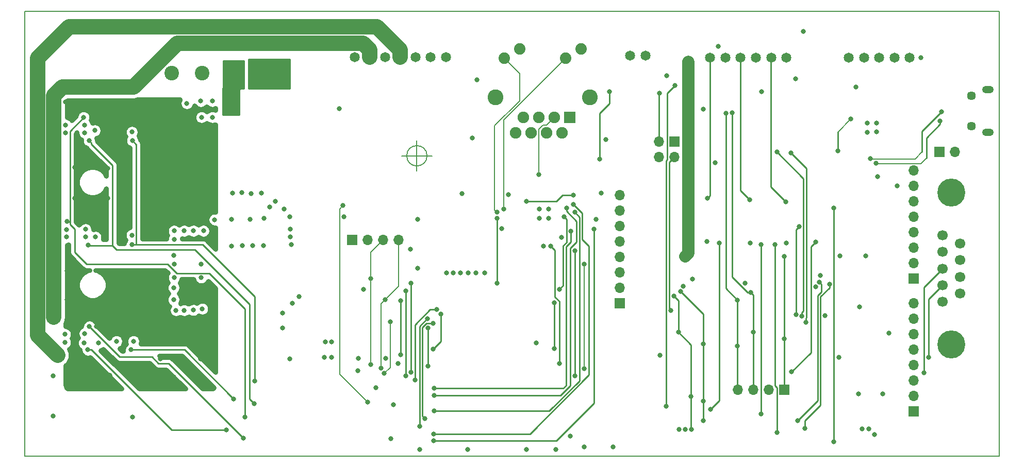
<source format=gbl>
G04 #@! TF.GenerationSoftware,KiCad,Pcbnew,(5.1.2)-2*
G04 #@! TF.CreationDate,2019-07-18T14:35:39+09:00*
G04 #@! TF.ProjectId,mainPCB,6d61696e-5043-4422-9e6b-696361645f70,rev?*
G04 #@! TF.SameCoordinates,PX10a2f70PY6979248*
G04 #@! TF.FileFunction,Copper,L4,Bot*
G04 #@! TF.FilePolarity,Positive*
%FSLAX46Y46*%
G04 Gerber Fmt 4.6, Leading zero omitted, Abs format (unit mm)*
G04 Created by KiCad (PCBNEW (5.1.2)-2) date 2019-07-18 14:35:39*
%MOMM*%
%LPD*%
G04 APERTURE LIST*
%ADD10C,0.150000*%
%ADD11R,1.700000X1.700000*%
%ADD12O,1.700000X1.700000*%
%ADD13C,1.650000*%
%ADD14C,2.400000*%
%ADD15C,1.700000*%
%ADD16C,4.600000*%
%ADD17O,1.900000X1.200000*%
%ADD18C,1.450000*%
%ADD19C,2.600000*%
%ADD20C,1.890000*%
%ADD21C,1.900000*%
%ADD22R,1.900000X1.900000*%
%ADD23C,0.800000*%
%ADD24C,0.250000*%
%ADD25C,2.000000*%
%ADD26C,0.200000*%
%ADD27C,2.500000*%
%ADD28C,0.205000*%
%ADD29C,0.254000*%
%ADD30C,0.750000*%
G04 APERTURE END LIST*
D10*
X66055666Y49418240D02*
G75*
G03X66055666Y49418240I-1666666J0D01*
G01*
X61889000Y49418240D02*
X66889000Y49418240D01*
X64389000Y51918240D02*
X64389000Y46918240D01*
X17780Y73131680D02*
X17780Y-20320D01*
X160037780Y73131680D02*
X17780Y73131680D01*
X160037780Y-20320D02*
X160037780Y73131680D01*
X17780Y-20320D02*
X160037780Y-20320D01*
D11*
X150215600Y50038000D03*
D12*
X152755600Y50038000D03*
D13*
X145299440Y65590680D03*
X142799440Y65590680D03*
X140299440Y65590680D03*
X137799440Y65590680D03*
X135299440Y65590680D03*
X125061040Y65565520D03*
X122561040Y65565520D03*
X120061040Y65565520D03*
X117561040Y65565520D03*
X115061040Y65565520D03*
X112561040Y65565520D03*
X99400040Y65881840D03*
X101900040Y65881840D03*
X69172280Y65620640D03*
X66672280Y65620640D03*
X64172280Y65620640D03*
X61672280Y65620640D03*
X59172280Y65620640D03*
X56672280Y65620640D03*
X54172280Y65620640D03*
D14*
X24117920Y63018280D03*
X29117920Y63018280D03*
X34117920Y63018280D03*
X39117920Y63018280D03*
D15*
X150735760Y25386080D03*
X150735760Y28126080D03*
X150735760Y30866080D03*
X150735760Y33606080D03*
X150735760Y36346080D03*
X153575760Y26756080D03*
X153575760Y29496080D03*
X153575760Y32236080D03*
X153575760Y34976080D03*
D16*
X152155760Y18371080D03*
X152155760Y43361080D03*
D17*
X158146000Y60304560D03*
X158146000Y53304560D03*
D18*
X155446000Y59304560D03*
X155446000Y54304560D03*
D12*
X104157780Y49192180D03*
X104157780Y51732180D03*
X106697780Y49192180D03*
D11*
X106697780Y51732180D03*
D19*
X77269280Y59022680D03*
X92819280Y59022680D03*
D20*
X91369280Y66972680D03*
X88829280Y65452680D03*
X81259280Y66972680D03*
X78719280Y65452680D03*
D21*
X80599280Y53192680D03*
X81869280Y55732680D03*
X83139280Y53192680D03*
X84409280Y55732680D03*
X85679280Y53192680D03*
X86949280Y55732680D03*
X88219280Y53192680D03*
D22*
X89489280Y55732680D03*
D12*
X61371480Y35580320D03*
X58831480Y35580320D03*
X56291480Y35580320D03*
D11*
X53751480Y35580320D03*
D12*
X117111780Y10901680D03*
X119651780Y10901680D03*
X122191780Y10901680D03*
D11*
X124731780Y10901680D03*
D12*
X97744280Y42905680D03*
X97744280Y40365680D03*
X97744280Y37825680D03*
X97744280Y35285680D03*
X97744280Y32745680D03*
X97744280Y30205680D03*
X97744280Y27665680D03*
D11*
X97744280Y25125680D03*
D12*
X146004280Y46969680D03*
X146004280Y44429680D03*
X146004280Y41889680D03*
X146004280Y39349680D03*
X146004280Y36809680D03*
X146004280Y34269680D03*
X146004280Y31729680D03*
D11*
X146004280Y29189680D03*
D12*
X146004280Y25125680D03*
X146004280Y22585680D03*
X146004280Y20045680D03*
X146004280Y17505680D03*
X146004280Y14965680D03*
X146004280Y12425680D03*
X146004280Y9885680D03*
D11*
X146004280Y7345680D03*
D23*
X139844780Y53319680D03*
X139844780Y54780180D03*
X138320780Y54780180D03*
X107459780Y4424680D03*
X84536280Y39095680D03*
X86060280Y39095680D03*
X86060280Y40619680D03*
X84536280Y40619680D03*
X51643280Y57129680D03*
X37470080Y64749680D03*
X37470080Y60965080D03*
X37470080Y62209680D03*
X37470080Y63479680D03*
X39095680Y64749680D03*
X38892480Y60939680D03*
X40213280Y60939680D03*
X41737280Y60939680D03*
X43007280Y60939680D03*
X43007280Y62844680D03*
X43134280Y64749680D03*
X41737280Y64749680D03*
X40467280Y64749680D03*
X41737280Y62844680D03*
X16083280Y58399680D03*
X10876280Y58272680D03*
X6685280Y58272680D03*
X16083280Y57002680D03*
X8209280Y42461180D03*
X13670280Y47350680D03*
X13670280Y42461180D03*
X16210280Y47350680D03*
X16210280Y43159680D03*
X11765280Y38587680D03*
X29037280Y44429680D03*
X24211280Y44302680D03*
X30942280Y47252680D03*
X28910280Y15981680D03*
X24338280Y15981680D03*
X22306280Y15981680D03*
X30815280Y15981680D03*
X29037280Y18775680D03*
X24465280Y18775680D03*
X24465280Y13060680D03*
X29037280Y13060680D03*
X29037280Y47223680D03*
X24211280Y47096680D03*
X24084280Y41254680D03*
X28910280Y41127680D03*
X17734280Y14965680D03*
X17734280Y13314680D03*
X4653280Y13187680D03*
X4653280Y6583680D03*
X17734280Y6456680D03*
X6939280Y30459680D03*
X6939280Y25760680D03*
X14813280Y25760680D03*
X17861280Y25760680D03*
X17861280Y30459680D03*
X14813280Y30459680D03*
X11765280Y21315680D03*
X42364790Y21061680D03*
X42364790Y23558690D03*
X43931780Y25125680D03*
X45039280Y26233180D03*
X43515280Y15981680D03*
X64851280Y1122680D03*
X82377280Y1122680D03*
X72725280Y1122680D03*
X91902280Y1503680D03*
X87203280Y1122680D03*
X54691280Y14076680D03*
X59263280Y16108680D03*
X52405280Y39349680D03*
X94696280Y43286680D03*
X78313280Y37444680D03*
X73487280Y52303680D03*
X79407780Y43032680D03*
X8172290Y47477680D03*
X57638845Y11279049D03*
X16210280Y45191680D03*
X17861280Y27983180D03*
X64533780Y38968680D03*
X64533780Y30904180D03*
X83964780Y18648680D03*
X109618780Y29126180D03*
X137495280Y4488180D03*
X118318280Y28491180D03*
X119143780Y35031680D03*
X125049280Y35031680D03*
X95383591Y52081669D03*
X111396780Y57066180D03*
X120985280Y59923680D03*
X136923780Y10266680D03*
X141940280Y20236180D03*
X133685280Y16235680D03*
X133860540Y32926020D03*
X137099040Y24544020D03*
X143273780Y44493180D03*
X138332780Y53268180D03*
X13987780Y13314680D03*
X8209280Y13251180D03*
X74249280Y61892176D03*
X113365280Y48303180D03*
X112006716Y35331607D03*
X126613920Y62077600D03*
X88129017Y35984072D03*
X30947360Y44399200D03*
X131409440Y23164800D03*
X60147200Y2895600D03*
X55615840Y27489980D03*
X136509760Y60746640D03*
X129865339Y27852379D03*
X32847280Y56393080D03*
X32847280Y57459880D03*
X32847280Y58475880D03*
X108483780Y4424680D03*
X89616280Y3281680D03*
X72852280Y30142180D03*
X74122280Y30142180D03*
X71582280Y30142180D03*
X54818280Y16108680D03*
X96601280Y1503680D03*
X85171280Y34523680D03*
X70375780Y30142180D03*
X69296280Y30142180D03*
X60517283Y8488680D03*
X75519280Y30142180D03*
X138574780Y4488180D03*
X108158280Y27983180D03*
X140860780Y10266680D03*
X138115040Y32989520D03*
X140035280Y45953680D03*
X93780770Y38968680D03*
X105374440Y62575440D03*
X104327960Y16621760D03*
X130606800Y29718008D03*
X61315602Y15240000D03*
X71836280Y43159680D03*
X17607280Y53319680D03*
X9860280Y54462680D03*
X9860280Y53192680D03*
X11511280Y53573680D03*
X17584270Y36380180D03*
X9987280Y36047680D03*
X9987280Y37317680D03*
X11638280Y36047680D03*
X6875780Y36047680D03*
X6875780Y37254180D03*
X40196278Y41000680D03*
X43515280Y39349680D03*
X43642280Y37317680D03*
X43769280Y34777680D03*
X37165280Y43159680D03*
X34117280Y43286680D03*
X33990280Y38968680D03*
X37038280Y38968680D03*
X39324280Y39095680D03*
X39197280Y34650680D03*
X33990280Y34523680D03*
X28973780Y31602680D03*
X24528780Y31602680D03*
X24846280Y23982680D03*
X29164280Y24236680D03*
X29354780Y37063680D03*
X29037280Y55732680D03*
X30815280Y55732680D03*
X30815280Y58399680D03*
X28910280Y58399680D03*
X17861280Y18902680D03*
X15067280Y18902680D03*
X12146280Y18648680D03*
X9733280Y18648680D03*
X9860280Y20172680D03*
X6685280Y53192680D03*
X6685280Y54462680D03*
X127843280Y69829680D03*
X6621780Y20045680D03*
X6621780Y18712180D03*
X28973780Y29380180D03*
X24528780Y29380180D03*
X24528780Y37063680D03*
X26179780Y37063680D03*
X27703780Y37063680D03*
X31196280Y38905180D03*
X35641280Y43350180D03*
X38879780Y43286680D03*
X41148778Y41953180D03*
X42562780Y40683180D03*
X37419280Y34650680D03*
X35704780Y34650680D03*
X43642280Y36047680D03*
X24528780Y35666680D03*
X24465280Y32999680D03*
X24465280Y27729180D03*
X24465280Y25760680D03*
X26179780Y23982680D03*
X27703780Y24046180D03*
X26624280Y58018680D03*
X50373280Y16235680D03*
X49230280Y16235680D03*
X49357280Y18775680D03*
X50373280Y18775680D03*
X63327280Y34015680D03*
X108983774Y64876680D03*
X108475757Y32872656D03*
X124731780Y19283680D03*
X113893600Y67406520D03*
X147187920Y65562480D03*
X124734320Y32867600D03*
X17670780Y51922680D03*
X17607280Y34777680D03*
X37736780Y12362180D03*
X10558780Y51922680D03*
X37693600Y8636000D03*
X10414000Y34747200D03*
X9669780Y55732680D03*
X6939280Y38587680D03*
X36169600Y6451600D03*
X91902280Y14394180D03*
X91902280Y31602674D03*
X82377280Y41889680D03*
X90124280Y42905680D03*
X96001840Y59949080D03*
X94421960Y48874680D03*
X10622280Y21315680D03*
X35885120Y3002280D03*
X33101280Y4297680D03*
X10368280Y17505680D03*
X17480280Y17505680D03*
X34327792Y9421167D03*
X61739780Y25570180D03*
X61739786Y16680180D03*
X86920230Y25252680D03*
X86920230Y17696180D03*
X132867400Y40802560D03*
X132872480Y2362200D03*
X86377780Y34523680D03*
X87774780Y15283180D03*
X90314780Y13187678D03*
X90317321Y33807400D03*
X65676780Y6202680D03*
X67016503Y21860674D03*
X125811280Y49890680D03*
X128270000Y22047200D03*
X135653780Y55468180D03*
X133494780Y50223420D03*
X114063780Y35095180D03*
X112603268Y7726680D03*
X112107790Y42397680D03*
X56786780Y29189680D03*
X56786780Y15092680D03*
X107661638Y27087713D03*
X111396780Y18458178D03*
X111396780Y9060180D03*
X111396780Y5821680D03*
X126923800Y5821680D03*
X130434539Y28674592D03*
X109491780Y4424680D03*
X59153782Y25760680D03*
X109428280Y9848680D03*
X106597290Y26332180D03*
X107322293Y20426680D03*
X132127315Y28271795D03*
X139519280Y3591180D03*
X128116277Y4604681D03*
X58491120Y14477999D03*
X119207280Y26967180D03*
X119651780Y20426680D03*
X116159280Y56494680D03*
X117048280Y25697180D03*
X117048280Y18140680D03*
X115143280Y56431180D03*
X66121280Y22586199D03*
X123525280Y50017680D03*
X64825880Y4917440D03*
X127595790Y23066139D03*
X124985780Y41826180D03*
X123525280Y3879680D03*
X123207780Y34841180D03*
X120921780Y6964680D03*
X120924318Y34808160D03*
X119080280Y42143680D03*
X106791760Y61000640D03*
X105328718Y8260080D03*
X66252522Y14812180D03*
X66248280Y21061680D03*
X77561392Y39111729D03*
X63376772Y13822680D03*
X63390780Y28464680D03*
X77551280Y28464680D03*
X64101772Y12552680D03*
X67639428Y24109680D03*
X106063890Y23992840D03*
X67200784Y10012680D03*
X88981280Y40849310D03*
X90301289Y40111680D03*
X67200778Y7472680D03*
X90124280Y41418680D03*
X67137286Y3662680D03*
X67137280Y2519680D03*
X93489780Y37381180D03*
X150316049Y55159704D03*
X139765111Y48174680D03*
X150558500Y56677560D03*
X138828780Y48938180D03*
X4780280Y22839680D03*
X4272280Y27157680D03*
X4257040Y25659080D03*
X4272280Y23982680D03*
X5415280Y16616680D03*
X2080270Y19951690D03*
X4399280Y17632680D03*
X3383280Y18521680D03*
X77551280Y40111680D03*
X78694280Y40619680D03*
X52278280Y41254680D03*
X56286400Y8890000D03*
X147655280Y13759180D03*
X148417280Y16235680D03*
X104195880Y59730640D03*
X84409280Y46334680D03*
X59030175Y13635726D03*
X59994800Y22098000D03*
X67200780Y11219182D03*
X89692480Y37017964D03*
X88549480Y39348250D03*
X62570360Y27183080D03*
X87823040Y27492960D03*
X62557248Y13249632D03*
X67056000Y17627600D03*
X68343024Y23384680D03*
X127145779Y37795200D03*
X126624218Y23302936D03*
X129895600Y35204400D03*
X125933200Y13868400D03*
D24*
X150038031Y36588931D02*
X150411281Y36215681D01*
D25*
X108875756Y33272655D02*
X108475757Y32872656D01*
X108983774Y64876680D02*
X108983774Y33380673D01*
D24*
X124731780Y10901680D02*
X124731780Y19283680D01*
X124731780Y32865060D02*
X124734320Y32867600D01*
X124731780Y19283680D02*
X124731780Y32865060D01*
X37736780Y26268680D02*
X37736780Y12362180D01*
X29227780Y34777680D02*
X37736780Y26268680D01*
X18309271Y51284189D02*
X18309271Y34781171D01*
X17670780Y51922680D02*
X18309271Y51284189D01*
X18309271Y34781171D02*
X18305780Y34777680D01*
X18305780Y34777680D02*
X29227780Y34777680D01*
X17607280Y34777680D02*
X18305780Y34777680D01*
X14395281Y47895679D02*
X10958779Y51332181D01*
X10958779Y51522681D02*
X10558780Y51922680D01*
X36911280Y9418320D02*
X36911280Y24998680D01*
X10958779Y51332181D02*
X10958779Y51522681D01*
X36911280Y24998680D02*
X27957780Y33952180D01*
X27957780Y33952180D02*
X15073778Y33952180D01*
X14395281Y34630677D02*
X14395281Y47895679D01*
X37693600Y8636000D02*
X36911280Y9418320D01*
X15073778Y33952180D02*
X14395281Y34630677D01*
X14395281Y34630677D02*
X10530523Y34630677D01*
X10530523Y34630677D02*
X10414000Y34747200D01*
X9669780Y55732680D02*
X7410281Y53473181D01*
X8209280Y37317680D02*
X7410281Y38116679D01*
X8209280Y33571180D02*
X8209280Y37317680D01*
X10177780Y31602680D02*
X8209280Y33571180D01*
X23455778Y31602680D02*
X10177780Y31602680D01*
X36186279Y10991681D02*
X36186279Y24199681D01*
X36186279Y24199681D02*
X30280779Y30105181D01*
X30280779Y30105181D02*
X24953277Y30105181D01*
X24953277Y30105181D02*
X23455778Y31602680D01*
X7283281Y38587680D02*
X7410281Y38460680D01*
X7410281Y38116679D02*
X7410281Y38460680D01*
X6939280Y38587680D02*
X7283281Y38587680D01*
X7410281Y38460680D02*
X7410281Y53473181D01*
X36169600Y10975002D02*
X36186279Y10991681D01*
X36169600Y6451600D02*
X36169600Y10975002D01*
D10*
X91902280Y14394180D02*
X91902280Y31602674D01*
D24*
X82377280Y41889680D02*
X87330280Y41889680D01*
X87330280Y41889680D02*
X88346280Y42905680D01*
X88346280Y42905680D02*
X90124280Y42905680D01*
X94421960Y56437922D02*
X94421960Y48874680D01*
X96001840Y59949080D02*
X96001840Y58017802D01*
X96001840Y58017802D02*
X94421960Y56437922D01*
X15608279Y16329681D02*
X20885277Y16329681D01*
X21958279Y15256679D02*
X23630721Y15256679D01*
X23630721Y15256679D02*
X35885120Y3002280D01*
X20885277Y16329681D02*
X21958279Y15256679D01*
X10622280Y21315680D02*
X15608279Y16329681D01*
X33101280Y4297680D02*
X24141282Y4297680D01*
X10933282Y17505680D02*
X10368280Y17505680D01*
X24141282Y4297680D02*
X10933282Y17505680D01*
X26243280Y17505680D02*
X17480280Y17505680D01*
X34327792Y9421167D02*
X26243280Y17505680D01*
X61739780Y25570180D02*
X61739780Y16680186D01*
X61739780Y16680186D02*
X61739786Y16680180D01*
X86920230Y25252680D02*
X86920230Y17696180D01*
X132867400Y40802560D02*
X132867400Y2367280D01*
X132867400Y2367280D02*
X132872480Y2362200D01*
X87038180Y33863280D02*
X86377780Y34523680D01*
X87038180Y26207732D02*
X87038180Y33863280D01*
X87774780Y25471132D02*
X87038180Y26207732D01*
X87774780Y15283180D02*
X87774780Y25471132D01*
X90314780Y33804859D02*
X90317321Y33807400D01*
X90314780Y13187678D02*
X90314780Y33804859D01*
X65974272Y21860674D02*
X67016503Y21860674D01*
X65676780Y6202680D02*
X65276781Y6602679D01*
X65276781Y21163183D02*
X65974272Y21860674D01*
X65276781Y6602679D02*
X65276781Y21163183D01*
X125811280Y49890680D02*
X128320800Y47381160D01*
X128320800Y47381160D02*
X128320800Y22796398D01*
X128270000Y22745598D02*
X128270000Y22047200D01*
X128320800Y22796398D02*
X128270000Y22745598D01*
D26*
X135653780Y55468180D02*
X133494780Y53309180D01*
D24*
X133494780Y53309180D02*
X133494780Y50223420D01*
X114063780Y9187192D02*
X112603268Y7726680D01*
X114063780Y35095180D02*
X114063780Y9187192D01*
X112549280Y42839170D02*
X112107790Y42397680D01*
X112549280Y65511680D02*
X112549280Y42839170D01*
D26*
X56786780Y15092680D02*
X56786780Y30713680D01*
D24*
X111396780Y23352571D02*
X111396780Y18458178D01*
X107661638Y27087713D02*
X111396780Y23352571D01*
X111396780Y9060180D02*
X111396780Y18458178D01*
X111396780Y9060180D02*
X111396780Y5821680D01*
D10*
X56786780Y33535620D02*
X58831480Y35580320D01*
X56786780Y30713680D02*
X56786780Y33535620D01*
D24*
X130834538Y28274593D02*
X130434539Y28674592D01*
X126923800Y5821680D02*
X130232990Y9130870D01*
X130232990Y26448195D02*
X130834538Y27049743D01*
X130232990Y9130870D02*
X130232990Y26448195D01*
X130834538Y27049743D02*
X130834538Y28274593D01*
X109428280Y4488180D02*
X109491780Y4424680D01*
X109428280Y9848680D02*
X109428280Y4488180D01*
X107322293Y25607177D02*
X106597290Y26332180D01*
X107322293Y20426680D02*
X107322293Y25607177D01*
X130683000Y8427720D02*
X128116277Y5860997D01*
X130683000Y26261795D02*
X130683000Y8427720D01*
X128116277Y5860997D02*
X128116277Y4604681D01*
X132127315Y28271795D02*
X132127315Y27706110D01*
X132127315Y27706110D02*
X130683000Y26261795D01*
D10*
X61371480Y27978378D02*
X61371480Y35580320D01*
X59153782Y25760680D02*
X61371480Y27978378D01*
D24*
X109428280Y18320693D02*
X107322293Y20426680D01*
X109428280Y9848680D02*
X109428280Y18320693D01*
D26*
X59153782Y25760680D02*
X58491120Y25098018D01*
X58491120Y25098018D02*
X58491120Y14477999D01*
D24*
X119651780Y26522680D02*
X119207280Y26967180D01*
X119651780Y10901680D02*
X119651780Y20426680D01*
X119651780Y20426680D02*
X119651780Y26522680D01*
X116159280Y29507180D02*
X116159280Y56494680D01*
X119207280Y26967180D02*
X118699280Y26967180D01*
X118699280Y26967180D02*
X116159280Y29507180D01*
X117048280Y10965180D02*
X117111780Y10901680D01*
X117048280Y25697180D02*
X117048280Y18140680D01*
X117048280Y18140680D02*
X117048280Y10965180D01*
X115143280Y27602180D02*
X115143280Y56431180D01*
X117048280Y25697180D02*
X115143280Y27602180D01*
X64826772Y21349584D02*
X64826772Y5484017D01*
X64825880Y5483125D02*
X64825880Y4917440D01*
X64826772Y5484017D02*
X64825880Y5483125D01*
X66063387Y22586199D02*
X64826772Y21349584D01*
X66121280Y22586199D02*
X66063387Y22586199D01*
X123525280Y50017680D02*
X127870789Y45672171D01*
X127870789Y45672171D02*
X127870789Y23906823D01*
X127595790Y23631824D02*
X127595790Y23066139D01*
X127870789Y23906823D02*
X127595790Y23631824D01*
X122549280Y65511680D02*
X122549280Y44262680D01*
X122549280Y44262680D02*
X124985780Y41826180D01*
X123525280Y11307182D02*
X123525280Y3879680D01*
X123207780Y34841180D02*
X123207780Y11624682D01*
X123207780Y11624682D02*
X123525280Y11307182D01*
X120921780Y34805622D02*
X120924318Y34808160D01*
X120921780Y6964680D02*
X120921780Y34805622D01*
X117549280Y65511680D02*
X117549280Y43674680D01*
X117549280Y43674680D02*
X119080280Y42143680D01*
X105522779Y48818177D02*
X105522779Y59731659D01*
X105328718Y8260080D02*
X105328718Y48624116D01*
X105328718Y48624116D02*
X105522779Y48818177D01*
X105522779Y59731659D02*
X106791760Y61000640D01*
X66252522Y14812180D02*
X66252522Y21057438D01*
X66252522Y21057438D02*
X66248280Y21061680D01*
X77551280Y39101617D02*
X77561392Y39111729D01*
X77551280Y28464680D02*
X77551280Y39101617D01*
X63376772Y13822680D02*
X63376772Y28450672D01*
X63376772Y28450672D02*
X63390780Y28464680D01*
X64101772Y12552680D02*
X64101772Y21639849D01*
X64101772Y21639849D02*
X66571603Y24109680D01*
X66571603Y24109680D02*
X67639428Y24109680D01*
X105847781Y48342181D02*
X105847781Y24208949D01*
X105847781Y24208949D02*
X106063890Y23992840D01*
X106697780Y49192180D02*
X105847781Y48342181D01*
X89576279Y34223181D02*
X90606880Y35253782D01*
X67200784Y10012680D02*
X87965280Y10012680D01*
X88981280Y40283625D02*
X88981280Y40849310D01*
X87965280Y10012680D02*
X89576279Y11623679D01*
X90606880Y38658025D02*
X88981280Y40283625D01*
X90606880Y35253782D02*
X90606880Y38658025D01*
X89576279Y11623679D02*
X89576279Y34223181D01*
X91076780Y33448138D02*
X91076780Y12418105D01*
X91076780Y12418105D02*
X86131355Y7472680D01*
X86131355Y7472680D02*
X67200778Y7472680D01*
X91077881Y39335088D02*
X91077881Y33449239D01*
X91077881Y33449239D02*
X91076780Y33448138D01*
X90301289Y40111680D02*
X91077881Y39335088D01*
X92654795Y34550161D02*
X92654795Y13359709D01*
X82957766Y3662680D02*
X67137286Y3662680D01*
X92654795Y13359709D02*
X82957766Y3662680D01*
X91539974Y35664982D02*
X92654795Y34550161D01*
X91539974Y40002986D02*
X91539974Y35664982D01*
X90124280Y41418680D02*
X91539974Y40002986D01*
X93489780Y8749178D02*
X93489780Y37381180D01*
X87260282Y2519680D02*
X93489780Y8749178D01*
X67137280Y2519680D02*
X87260282Y2519680D01*
D26*
X139765111Y48174680D02*
X139820110Y48119681D01*
X147148480Y48119681D02*
X139820110Y48119681D01*
X150316049Y55159704D02*
X150247144Y55159704D01*
X148099780Y49070981D02*
X147148480Y48119681D01*
D24*
X148099780Y52377750D02*
X148099780Y49070981D01*
X150316049Y55159704D02*
X150316049Y54594019D01*
X150316049Y54594019D02*
X148099780Y52377750D01*
D26*
X138892280Y48874680D02*
X138828780Y48938180D01*
X146194780Y48874680D02*
X147337780Y50017680D01*
X146194780Y48874680D02*
X138892280Y48874680D01*
D24*
X147337780Y53456840D02*
X147337780Y50017680D01*
X150558500Y56677560D02*
X147337780Y53456840D01*
D27*
X4780280Y59288680D02*
X4780280Y22839680D01*
X56669280Y66805406D02*
X55561005Y67913681D01*
X56669280Y65638680D02*
X56669280Y66805406D01*
X55561005Y67913681D02*
X25090279Y67913681D01*
X25090279Y67913681D02*
X17862278Y60685680D01*
X17862278Y60685680D02*
X6177280Y60685680D01*
X6177280Y60685680D02*
X4780280Y59288680D01*
X2080270Y19951690D02*
X4399280Y17632680D01*
X4399280Y17632680D02*
X5415280Y16616680D01*
X2080270Y65478670D02*
X2080270Y19951690D01*
X61669280Y66805406D02*
X57860995Y70613691D01*
X11688300Y70655180D02*
X7256780Y70655180D01*
X61669280Y65638680D02*
X61669280Y66805406D01*
X57860995Y70613691D02*
X11729789Y70613691D01*
X11729789Y70613691D02*
X11688300Y70655180D01*
X7256780Y70655180D02*
X2080270Y65478670D01*
D28*
X89489280Y55732680D02*
X88981280Y55732680D01*
X77170280Y54366450D02*
X77170280Y40492680D01*
X77170280Y40492680D02*
X77551280Y40111680D01*
X81256781Y58452951D02*
X77170280Y54366450D01*
X78719280Y65452680D02*
X81256781Y62915179D01*
X81256781Y62915179D02*
X81256781Y58452951D01*
X88829280Y65452680D02*
X78694280Y55317680D01*
X78694280Y55317680D02*
X78694280Y40619680D01*
D26*
X51705279Y13471121D02*
X56286400Y8890000D01*
X52278280Y41254680D02*
X51705279Y40681679D01*
X51705279Y40681679D02*
X51705279Y13471121D01*
D24*
X147655280Y13759180D02*
X147655280Y27785600D01*
X147655280Y27785600D02*
X150735760Y30866080D01*
X149885761Y27276081D02*
X149876801Y27276081D01*
X149876801Y27276081D02*
X148417280Y25816560D01*
X148417280Y16235680D02*
X148417280Y25816560D01*
X150735760Y28126080D02*
X149885761Y27276081D01*
X104157780Y59692540D02*
X104195880Y59730640D01*
X104157780Y51732180D02*
X104157780Y59692540D01*
X150298280Y33928180D02*
X150298280Y34245680D01*
D28*
X85696779Y54480179D02*
X86949280Y55732680D01*
X85078079Y54480179D02*
X85696779Y54480179D01*
X84409280Y46334680D02*
X84409280Y53811380D01*
X84409280Y53811380D02*
X85078079Y54480179D01*
D26*
X59994800Y14945677D02*
X59994800Y22098000D01*
X59030175Y13635726D02*
X59994800Y14600351D01*
X59994800Y14600351D02*
X59994800Y14945677D01*
D10*
X67264282Y11155680D02*
X67200780Y11219182D01*
D24*
X67264282Y11155680D02*
X88409780Y11155680D01*
X88409780Y11155680D02*
X88901322Y11647222D01*
X88901322Y11647222D02*
X88901322Y34457640D01*
X88901322Y34457640D02*
X89692480Y35248798D01*
X89692480Y35248798D02*
X89692480Y37017964D01*
X88549480Y39348250D02*
X88949479Y38948251D01*
X88949479Y35142207D02*
X88431319Y34624047D01*
X88949479Y38948251D02*
X88949479Y35142207D01*
X88431319Y28101239D02*
X87823040Y27492960D01*
X88431319Y34624047D02*
X88431319Y28101239D01*
X62570360Y27183080D02*
X62557248Y13249632D01*
X67056000Y17627600D02*
X68343024Y18914624D01*
X68343024Y18914624D02*
X68343024Y23384680D01*
X127145779Y37795200D02*
X126624218Y37273639D01*
X126624218Y37273639D02*
X126624218Y23868621D01*
X126624218Y23868621D02*
X126624218Y23302936D01*
X129140338Y17075538D02*
X125933200Y13868400D01*
X129895600Y35204400D02*
X129140338Y34449138D01*
X129140338Y34449138D02*
X129140338Y17075538D01*
D29*
G36*
X43515280Y60431680D02*
G01*
X36784280Y60431680D01*
X36784280Y65257680D01*
X43515280Y65257680D01*
X43515280Y60431680D01*
X43515280Y60431680D01*
G37*
X43515280Y60431680D02*
X36784280Y60431680D01*
X36784280Y65257680D01*
X43515280Y65257680D01*
X43515280Y60431680D01*
G36*
X35971480Y60431680D02*
G01*
X35387280Y60431680D01*
X35362504Y60429240D01*
X35338679Y60422013D01*
X35316723Y60410277D01*
X35297477Y60394483D01*
X35281683Y60375237D01*
X35269947Y60353281D01*
X35262720Y60329456D01*
X35260280Y60304680D01*
X35260280Y56113680D01*
X32517784Y56113680D01*
X32567180Y65054480D01*
X35971480Y65054480D01*
X35971480Y60431680D01*
X35971480Y60431680D01*
G37*
X35971480Y60431680D02*
X35387280Y60431680D01*
X35362504Y60429240D01*
X35338679Y60422013D01*
X35316723Y60410277D01*
X35297477Y60394483D01*
X35281683Y60375237D01*
X35269947Y60353281D01*
X35262720Y60329456D01*
X35260280Y60304680D01*
X35260280Y56113680D01*
X32517784Y56113680D01*
X32567180Y65054480D01*
X35971480Y65054480D01*
X35971480Y60431680D01*
D30*
G36*
X31092643Y11242104D02*
G01*
X30940647Y11140543D01*
X30667343Y11086180D01*
X29215432Y11086180D01*
X24372570Y15929042D01*
X24341249Y15967207D01*
X24188979Y16092171D01*
X24015256Y16185028D01*
X23826755Y16242209D01*
X23679841Y16256679D01*
X23630721Y16261517D01*
X23581601Y16256679D01*
X22372492Y16256679D01*
X22123490Y16505680D01*
X25829068Y16505680D01*
X31092643Y11242104D01*
X31092643Y11242104D01*
G37*
X31092643Y11242104D02*
X30940647Y11140543D01*
X30667343Y11086180D01*
X29215432Y11086180D01*
X24372570Y15929042D01*
X24341249Y15967207D01*
X24188979Y16092171D01*
X24015256Y16185028D01*
X23826755Y16242209D01*
X23679841Y16256679D01*
X23630721Y16261517D01*
X23581601Y16256679D01*
X22372492Y16256679D01*
X22123490Y16505680D01*
X25829068Y16505680D01*
X31092643Y11242104D01*
G36*
X14866434Y15657313D02*
G01*
X14897751Y15619153D01*
X15050021Y15494189D01*
X15223744Y15401332D01*
X15412245Y15344151D01*
X15559159Y15329681D01*
X15559160Y15329681D01*
X15608278Y15324843D01*
X15657396Y15329681D01*
X20471065Y15329681D01*
X21216434Y14584311D01*
X21247751Y14546151D01*
X21400021Y14421187D01*
X21573744Y14328330D01*
X21762244Y14271149D01*
X21958279Y14251841D01*
X22007399Y14256679D01*
X23216509Y14256679D01*
X26387008Y11086180D01*
X18766996Y11086180D01*
X12445045Y17408130D01*
X12518184Y17422678D01*
X12750219Y17518790D01*
X12902924Y17620824D01*
X14866434Y15657313D01*
X14866434Y15657313D01*
G37*
X14866434Y15657313D02*
X14897751Y15619153D01*
X15050021Y15494189D01*
X15223744Y15401332D01*
X15412245Y15344151D01*
X15559159Y15329681D01*
X15559160Y15329681D01*
X15608278Y15324843D01*
X15657396Y15329681D01*
X20471065Y15329681D01*
X21216434Y14584311D01*
X21247751Y14546151D01*
X21400021Y14421187D01*
X21573744Y14328330D01*
X21762244Y14271149D01*
X21958279Y14251841D01*
X22007399Y14256679D01*
X23216509Y14256679D01*
X26387008Y11086180D01*
X18766996Y11086180D01*
X12445045Y17408130D01*
X12518184Y17422678D01*
X12750219Y17518790D01*
X12902924Y17620824D01*
X14866434Y15657313D01*
G36*
X7209280Y33620300D02*
G01*
X7204442Y33571180D01*
X7223750Y33375146D01*
X7280931Y33186646D01*
X7373788Y33012922D01*
X7498752Y32860652D01*
X7536917Y32829331D01*
X9435935Y30930312D01*
X9467252Y30892152D01*
X9619522Y30767188D01*
X9793245Y30674331D01*
X9981746Y30617150D01*
X10128660Y30602680D01*
X10128661Y30602680D01*
X10177779Y30597842D01*
X10226897Y30602680D01*
X10655257Y30602680D01*
X10408349Y30553567D01*
X9957928Y30366996D01*
X9552560Y30096138D01*
X9207822Y29751400D01*
X8936964Y29346032D01*
X8750393Y28895611D01*
X8655280Y28417446D01*
X8655280Y27929914D01*
X8750393Y27451749D01*
X8936964Y27001328D01*
X9207822Y26595960D01*
X9552560Y26251222D01*
X9957928Y25980364D01*
X10408349Y25793793D01*
X10886514Y25698680D01*
X11374046Y25698680D01*
X11852211Y25793793D01*
X12302632Y25980364D01*
X12708000Y26251222D01*
X13052738Y26595960D01*
X13323596Y27001328D01*
X13510167Y27451749D01*
X13605280Y27929914D01*
X13605280Y28417446D01*
X13510167Y28895611D01*
X13323596Y29346032D01*
X13052738Y29751400D01*
X12708000Y30096138D01*
X12302632Y30366996D01*
X11852211Y30553567D01*
X11605303Y30602680D01*
X23041566Y30602680D01*
X23503527Y30140719D01*
X23398890Y29984119D01*
X23302778Y29752084D01*
X23253780Y29505757D01*
X23253780Y29254603D01*
X23302778Y29008276D01*
X23398890Y28776241D01*
X23523190Y28590212D01*
X23474923Y28541945D01*
X23335390Y28333119D01*
X23239278Y28101084D01*
X23190280Y27854757D01*
X23190280Y27603603D01*
X23239278Y27357276D01*
X23335390Y27125241D01*
X23474923Y26916415D01*
X23646408Y26744930D01*
X23474923Y26573445D01*
X23335390Y26364619D01*
X23239278Y26132584D01*
X23190280Y25886257D01*
X23190280Y25635103D01*
X23239278Y25388776D01*
X23335390Y25156741D01*
X23474923Y24947915D01*
X23652515Y24770323D01*
X23781535Y24684115D01*
X23716390Y24586619D01*
X23620278Y24354584D01*
X23571280Y24108257D01*
X23571280Y23857103D01*
X23620278Y23610776D01*
X23716390Y23378741D01*
X23855923Y23169915D01*
X24033515Y22992323D01*
X24242341Y22852790D01*
X24474376Y22756678D01*
X24720703Y22707680D01*
X24971857Y22707680D01*
X25218184Y22756678D01*
X25450219Y22852790D01*
X25513030Y22894759D01*
X25575841Y22852790D01*
X25807876Y22756678D01*
X26054203Y22707680D01*
X26305357Y22707680D01*
X26551684Y22756678D01*
X26783719Y22852790D01*
X26989297Y22990153D01*
X27099841Y22916290D01*
X27331876Y22820178D01*
X27578203Y22771180D01*
X27829357Y22771180D01*
X28075684Y22820178D01*
X28307719Y22916290D01*
X28516545Y23055823D01*
X28565412Y23104690D01*
X28792376Y23010678D01*
X29038703Y22961680D01*
X29289857Y22961680D01*
X29536184Y23010678D01*
X29768219Y23106790D01*
X29977045Y23246323D01*
X30154637Y23423915D01*
X30294170Y23632741D01*
X30390282Y23864776D01*
X30439280Y24111103D01*
X30439280Y24362257D01*
X30390282Y24608584D01*
X30294170Y24840619D01*
X30154637Y25049445D01*
X29977045Y25227037D01*
X29768219Y25366570D01*
X29536184Y25462682D01*
X29289857Y25511680D01*
X29038703Y25511680D01*
X28792376Y25462682D01*
X28560341Y25366570D01*
X28351515Y25227037D01*
X28302648Y25178170D01*
X28075684Y25272182D01*
X27829357Y25321180D01*
X27578203Y25321180D01*
X27331876Y25272182D01*
X27099841Y25176070D01*
X26894263Y25038707D01*
X26783719Y25112570D01*
X26551684Y25208682D01*
X26305357Y25257680D01*
X26054203Y25257680D01*
X25807876Y25208682D01*
X25575841Y25112570D01*
X25557441Y25100276D01*
X25595170Y25156741D01*
X25691282Y25388776D01*
X25740280Y25635103D01*
X25740280Y25886257D01*
X25691282Y26132584D01*
X25595170Y26364619D01*
X25455637Y26573445D01*
X25284152Y26744930D01*
X25455637Y26916415D01*
X25595170Y27125241D01*
X25691282Y27357276D01*
X25740280Y27603603D01*
X25740280Y27854757D01*
X25691282Y28101084D01*
X25595170Y28333119D01*
X25470870Y28519148D01*
X25519137Y28567415D01*
X25658670Y28776241D01*
X25754782Y29008276D01*
X25774058Y29105181D01*
X27728502Y29105181D01*
X27747778Y29008276D01*
X27843890Y28776241D01*
X27983423Y28567415D01*
X28161015Y28389823D01*
X28369841Y28250290D01*
X28601876Y28154178D01*
X28848203Y28105180D01*
X29099357Y28105180D01*
X29345684Y28154178D01*
X29577719Y28250290D01*
X29786545Y28389823D01*
X29964137Y28567415D01*
X30103670Y28776241D01*
X30130568Y28841180D01*
X31329280Y27642468D01*
X31329280Y13833892D01*
X26985129Y18178043D01*
X26953808Y18216208D01*
X26801538Y18341172D01*
X26627815Y18434029D01*
X26439314Y18491210D01*
X26292400Y18505680D01*
X26243280Y18510518D01*
X26194160Y18505680D01*
X19076887Y18505680D01*
X19087282Y18530776D01*
X19136280Y18777103D01*
X19136280Y19028257D01*
X19087282Y19274584D01*
X18991170Y19506619D01*
X18851637Y19715445D01*
X18674045Y19893037D01*
X18465219Y20032570D01*
X18233184Y20128682D01*
X17986857Y20177680D01*
X17735703Y20177680D01*
X17489376Y20128682D01*
X17257341Y20032570D01*
X17048515Y19893037D01*
X16870923Y19715445D01*
X16731390Y19506619D01*
X16635278Y19274584D01*
X16586280Y19028257D01*
X16586280Y18777103D01*
X16635278Y18530776D01*
X16654895Y18483417D01*
X16489923Y18318445D01*
X16350390Y18109619D01*
X16254278Y17877584D01*
X16205280Y17631257D01*
X16205280Y17380103D01*
X16215310Y17329681D01*
X16022492Y17329681D01*
X15606281Y17745892D01*
X15671219Y17772790D01*
X15880045Y17912323D01*
X16057637Y18089915D01*
X16197170Y18298741D01*
X16293282Y18530776D01*
X16342280Y18777103D01*
X16342280Y19028257D01*
X16293282Y19274584D01*
X16197170Y19506619D01*
X16057637Y19715445D01*
X15880045Y19893037D01*
X15671219Y20032570D01*
X15439184Y20128682D01*
X15192857Y20177680D01*
X14941703Y20177680D01*
X14695376Y20128682D01*
X14463341Y20032570D01*
X14254515Y19893037D01*
X14076923Y19715445D01*
X13937390Y19506619D01*
X13910492Y19441681D01*
X11893894Y21458278D01*
X11848282Y21687584D01*
X11752170Y21919619D01*
X11612637Y22128445D01*
X11435045Y22306037D01*
X11226219Y22445570D01*
X10994184Y22541682D01*
X10747857Y22590680D01*
X10496703Y22590680D01*
X10250376Y22541682D01*
X10018341Y22445570D01*
X9809515Y22306037D01*
X9631923Y22128445D01*
X9492390Y21919619D01*
X9396278Y21687584D01*
X9347280Y21441257D01*
X9347280Y21340238D01*
X9256341Y21302570D01*
X9047515Y21163037D01*
X8869923Y20985445D01*
X8730390Y20776619D01*
X8634278Y20544584D01*
X8585280Y20298257D01*
X8585280Y20047103D01*
X8634278Y19800776D01*
X8730390Y19568741D01*
X8778387Y19496909D01*
X8742923Y19461445D01*
X8603390Y19252619D01*
X8507278Y19020584D01*
X8458280Y18774257D01*
X8458280Y18523103D01*
X8507278Y18276776D01*
X8603390Y18044741D01*
X8742923Y17835915D01*
X8920515Y17658323D01*
X9093280Y17542885D01*
X9093280Y17380103D01*
X9142278Y17133776D01*
X9238390Y16901741D01*
X9377923Y16692915D01*
X9555515Y16515323D01*
X9764341Y16375790D01*
X9996376Y16279678D01*
X10242703Y16230680D01*
X10493857Y16230680D01*
X10740184Y16279678D01*
X10743640Y16281110D01*
X15938569Y11086180D01*
X7341217Y11086180D01*
X7067913Y11140543D01*
X6867533Y11274433D01*
X6733643Y11474813D01*
X6679280Y11748117D01*
X6679280Y14905028D01*
X6925151Y15106809D01*
X7190701Y15430382D01*
X7388022Y15799544D01*
X7509532Y16200108D01*
X7550561Y16616680D01*
X7509532Y17033253D01*
X7388022Y17433817D01*
X7286834Y17623126D01*
X7434545Y17721823D01*
X7612137Y17899415D01*
X7751670Y18108241D01*
X7847782Y18340276D01*
X7896780Y18586603D01*
X7896780Y18837757D01*
X7847782Y19084084D01*
X7751670Y19316119D01*
X7709701Y19378930D01*
X7751670Y19441741D01*
X7847782Y19673776D01*
X7896780Y19920103D01*
X7896780Y20171257D01*
X7847782Y20417584D01*
X7751670Y20649619D01*
X7612137Y20858445D01*
X7434545Y21036037D01*
X7225719Y21175570D01*
X6993684Y21271682D01*
X6747357Y21320680D01*
X6679280Y21320680D01*
X6679280Y21884581D01*
X6753022Y22022543D01*
X6874532Y22423107D01*
X6905280Y22735296D01*
X6905280Y34772680D01*
X7001357Y34772680D01*
X7209280Y34814039D01*
X7209280Y33620300D01*
X7209280Y33620300D01*
G37*
X7209280Y33620300D02*
X7204442Y33571180D01*
X7223750Y33375146D01*
X7280931Y33186646D01*
X7373788Y33012922D01*
X7498752Y32860652D01*
X7536917Y32829331D01*
X9435935Y30930312D01*
X9467252Y30892152D01*
X9619522Y30767188D01*
X9793245Y30674331D01*
X9981746Y30617150D01*
X10128660Y30602680D01*
X10128661Y30602680D01*
X10177779Y30597842D01*
X10226897Y30602680D01*
X10655257Y30602680D01*
X10408349Y30553567D01*
X9957928Y30366996D01*
X9552560Y30096138D01*
X9207822Y29751400D01*
X8936964Y29346032D01*
X8750393Y28895611D01*
X8655280Y28417446D01*
X8655280Y27929914D01*
X8750393Y27451749D01*
X8936964Y27001328D01*
X9207822Y26595960D01*
X9552560Y26251222D01*
X9957928Y25980364D01*
X10408349Y25793793D01*
X10886514Y25698680D01*
X11374046Y25698680D01*
X11852211Y25793793D01*
X12302632Y25980364D01*
X12708000Y26251222D01*
X13052738Y26595960D01*
X13323596Y27001328D01*
X13510167Y27451749D01*
X13605280Y27929914D01*
X13605280Y28417446D01*
X13510167Y28895611D01*
X13323596Y29346032D01*
X13052738Y29751400D01*
X12708000Y30096138D01*
X12302632Y30366996D01*
X11852211Y30553567D01*
X11605303Y30602680D01*
X23041566Y30602680D01*
X23503527Y30140719D01*
X23398890Y29984119D01*
X23302778Y29752084D01*
X23253780Y29505757D01*
X23253780Y29254603D01*
X23302778Y29008276D01*
X23398890Y28776241D01*
X23523190Y28590212D01*
X23474923Y28541945D01*
X23335390Y28333119D01*
X23239278Y28101084D01*
X23190280Y27854757D01*
X23190280Y27603603D01*
X23239278Y27357276D01*
X23335390Y27125241D01*
X23474923Y26916415D01*
X23646408Y26744930D01*
X23474923Y26573445D01*
X23335390Y26364619D01*
X23239278Y26132584D01*
X23190280Y25886257D01*
X23190280Y25635103D01*
X23239278Y25388776D01*
X23335390Y25156741D01*
X23474923Y24947915D01*
X23652515Y24770323D01*
X23781535Y24684115D01*
X23716390Y24586619D01*
X23620278Y24354584D01*
X23571280Y24108257D01*
X23571280Y23857103D01*
X23620278Y23610776D01*
X23716390Y23378741D01*
X23855923Y23169915D01*
X24033515Y22992323D01*
X24242341Y22852790D01*
X24474376Y22756678D01*
X24720703Y22707680D01*
X24971857Y22707680D01*
X25218184Y22756678D01*
X25450219Y22852790D01*
X25513030Y22894759D01*
X25575841Y22852790D01*
X25807876Y22756678D01*
X26054203Y22707680D01*
X26305357Y22707680D01*
X26551684Y22756678D01*
X26783719Y22852790D01*
X26989297Y22990153D01*
X27099841Y22916290D01*
X27331876Y22820178D01*
X27578203Y22771180D01*
X27829357Y22771180D01*
X28075684Y22820178D01*
X28307719Y22916290D01*
X28516545Y23055823D01*
X28565412Y23104690D01*
X28792376Y23010678D01*
X29038703Y22961680D01*
X29289857Y22961680D01*
X29536184Y23010678D01*
X29768219Y23106790D01*
X29977045Y23246323D01*
X30154637Y23423915D01*
X30294170Y23632741D01*
X30390282Y23864776D01*
X30439280Y24111103D01*
X30439280Y24362257D01*
X30390282Y24608584D01*
X30294170Y24840619D01*
X30154637Y25049445D01*
X29977045Y25227037D01*
X29768219Y25366570D01*
X29536184Y25462682D01*
X29289857Y25511680D01*
X29038703Y25511680D01*
X28792376Y25462682D01*
X28560341Y25366570D01*
X28351515Y25227037D01*
X28302648Y25178170D01*
X28075684Y25272182D01*
X27829357Y25321180D01*
X27578203Y25321180D01*
X27331876Y25272182D01*
X27099841Y25176070D01*
X26894263Y25038707D01*
X26783719Y25112570D01*
X26551684Y25208682D01*
X26305357Y25257680D01*
X26054203Y25257680D01*
X25807876Y25208682D01*
X25575841Y25112570D01*
X25557441Y25100276D01*
X25595170Y25156741D01*
X25691282Y25388776D01*
X25740280Y25635103D01*
X25740280Y25886257D01*
X25691282Y26132584D01*
X25595170Y26364619D01*
X25455637Y26573445D01*
X25284152Y26744930D01*
X25455637Y26916415D01*
X25595170Y27125241D01*
X25691282Y27357276D01*
X25740280Y27603603D01*
X25740280Y27854757D01*
X25691282Y28101084D01*
X25595170Y28333119D01*
X25470870Y28519148D01*
X25519137Y28567415D01*
X25658670Y28776241D01*
X25754782Y29008276D01*
X25774058Y29105181D01*
X27728502Y29105181D01*
X27747778Y29008276D01*
X27843890Y28776241D01*
X27983423Y28567415D01*
X28161015Y28389823D01*
X28369841Y28250290D01*
X28601876Y28154178D01*
X28848203Y28105180D01*
X29099357Y28105180D01*
X29345684Y28154178D01*
X29577719Y28250290D01*
X29786545Y28389823D01*
X29964137Y28567415D01*
X30103670Y28776241D01*
X30130568Y28841180D01*
X31329280Y27642468D01*
X31329280Y13833892D01*
X26985129Y18178043D01*
X26953808Y18216208D01*
X26801538Y18341172D01*
X26627815Y18434029D01*
X26439314Y18491210D01*
X26292400Y18505680D01*
X26243280Y18510518D01*
X26194160Y18505680D01*
X19076887Y18505680D01*
X19087282Y18530776D01*
X19136280Y18777103D01*
X19136280Y19028257D01*
X19087282Y19274584D01*
X18991170Y19506619D01*
X18851637Y19715445D01*
X18674045Y19893037D01*
X18465219Y20032570D01*
X18233184Y20128682D01*
X17986857Y20177680D01*
X17735703Y20177680D01*
X17489376Y20128682D01*
X17257341Y20032570D01*
X17048515Y19893037D01*
X16870923Y19715445D01*
X16731390Y19506619D01*
X16635278Y19274584D01*
X16586280Y19028257D01*
X16586280Y18777103D01*
X16635278Y18530776D01*
X16654895Y18483417D01*
X16489923Y18318445D01*
X16350390Y18109619D01*
X16254278Y17877584D01*
X16205280Y17631257D01*
X16205280Y17380103D01*
X16215310Y17329681D01*
X16022492Y17329681D01*
X15606281Y17745892D01*
X15671219Y17772790D01*
X15880045Y17912323D01*
X16057637Y18089915D01*
X16197170Y18298741D01*
X16293282Y18530776D01*
X16342280Y18777103D01*
X16342280Y19028257D01*
X16293282Y19274584D01*
X16197170Y19506619D01*
X16057637Y19715445D01*
X15880045Y19893037D01*
X15671219Y20032570D01*
X15439184Y20128682D01*
X15192857Y20177680D01*
X14941703Y20177680D01*
X14695376Y20128682D01*
X14463341Y20032570D01*
X14254515Y19893037D01*
X14076923Y19715445D01*
X13937390Y19506619D01*
X13910492Y19441681D01*
X11893894Y21458278D01*
X11848282Y21687584D01*
X11752170Y21919619D01*
X11612637Y22128445D01*
X11435045Y22306037D01*
X11226219Y22445570D01*
X10994184Y22541682D01*
X10747857Y22590680D01*
X10496703Y22590680D01*
X10250376Y22541682D01*
X10018341Y22445570D01*
X9809515Y22306037D01*
X9631923Y22128445D01*
X9492390Y21919619D01*
X9396278Y21687584D01*
X9347280Y21441257D01*
X9347280Y21340238D01*
X9256341Y21302570D01*
X9047515Y21163037D01*
X8869923Y20985445D01*
X8730390Y20776619D01*
X8634278Y20544584D01*
X8585280Y20298257D01*
X8585280Y20047103D01*
X8634278Y19800776D01*
X8730390Y19568741D01*
X8778387Y19496909D01*
X8742923Y19461445D01*
X8603390Y19252619D01*
X8507278Y19020584D01*
X8458280Y18774257D01*
X8458280Y18523103D01*
X8507278Y18276776D01*
X8603390Y18044741D01*
X8742923Y17835915D01*
X8920515Y17658323D01*
X9093280Y17542885D01*
X9093280Y17380103D01*
X9142278Y17133776D01*
X9238390Y16901741D01*
X9377923Y16692915D01*
X9555515Y16515323D01*
X9764341Y16375790D01*
X9996376Y16279678D01*
X10242703Y16230680D01*
X10493857Y16230680D01*
X10740184Y16279678D01*
X10743640Y16281110D01*
X15938569Y11086180D01*
X7341217Y11086180D01*
X7067913Y11140543D01*
X6867533Y11274433D01*
X6733643Y11474813D01*
X6679280Y11748117D01*
X6679280Y14905028D01*
X6925151Y15106809D01*
X7190701Y15430382D01*
X7388022Y15799544D01*
X7509532Y16200108D01*
X7550561Y16616680D01*
X7509532Y17033253D01*
X7388022Y17433817D01*
X7286834Y17623126D01*
X7434545Y17721823D01*
X7612137Y17899415D01*
X7751670Y18108241D01*
X7847782Y18340276D01*
X7896780Y18586603D01*
X7896780Y18837757D01*
X7847782Y19084084D01*
X7751670Y19316119D01*
X7709701Y19378930D01*
X7751670Y19441741D01*
X7847782Y19673776D01*
X7896780Y19920103D01*
X7896780Y20171257D01*
X7847782Y20417584D01*
X7751670Y20649619D01*
X7612137Y20858445D01*
X7434545Y21036037D01*
X7225719Y21175570D01*
X6993684Y21271682D01*
X6747357Y21320680D01*
X6679280Y21320680D01*
X6679280Y21884581D01*
X6753022Y22022543D01*
X6874532Y22423107D01*
X6905280Y22735296D01*
X6905280Y34772680D01*
X7001357Y34772680D01*
X7209280Y34814039D01*
X7209280Y33620300D01*
G36*
X25494390Y58622619D02*
G01*
X25398278Y58390584D01*
X25349280Y58144257D01*
X25349280Y57893103D01*
X25398278Y57646776D01*
X25494390Y57414741D01*
X25633923Y57205915D01*
X25811515Y57028323D01*
X26020341Y56888790D01*
X26252376Y56792678D01*
X26498703Y56743680D01*
X26749857Y56743680D01*
X26996184Y56792678D01*
X27228219Y56888790D01*
X27437045Y57028323D01*
X27614637Y57205915D01*
X27754170Y57414741D01*
X27850282Y57646776D01*
X27857082Y57680963D01*
X27919923Y57586915D01*
X28097515Y57409323D01*
X28306341Y57269790D01*
X28538376Y57173678D01*
X28784703Y57124680D01*
X29035857Y57124680D01*
X29282184Y57173678D01*
X29514219Y57269790D01*
X29723045Y57409323D01*
X29862780Y57549058D01*
X30002515Y57409323D01*
X30211341Y57269790D01*
X30443376Y57173678D01*
X30689703Y57124680D01*
X30940857Y57124680D01*
X31187184Y57173678D01*
X31329280Y57232536D01*
X31329280Y56899824D01*
X31187184Y56958682D01*
X30940857Y57007680D01*
X30689703Y57007680D01*
X30443376Y56958682D01*
X30211341Y56862570D01*
X30002515Y56723037D01*
X29926280Y56646802D01*
X29850045Y56723037D01*
X29641219Y56862570D01*
X29409184Y56958682D01*
X29162857Y57007680D01*
X28911703Y57007680D01*
X28665376Y56958682D01*
X28433341Y56862570D01*
X28224515Y56723037D01*
X28046923Y56545445D01*
X27907390Y56336619D01*
X27811278Y56104584D01*
X27762280Y55858257D01*
X27762280Y55607103D01*
X27811278Y55360776D01*
X27907390Y55128741D01*
X28046923Y54919915D01*
X28224515Y54742323D01*
X28433341Y54602790D01*
X28665376Y54506678D01*
X28911703Y54457680D01*
X29162857Y54457680D01*
X29409184Y54506678D01*
X29641219Y54602790D01*
X29850045Y54742323D01*
X29926280Y54818558D01*
X30002515Y54742323D01*
X30211341Y54602790D01*
X30443376Y54506678D01*
X30689703Y54457680D01*
X30940857Y54457680D01*
X31187184Y54506678D01*
X31329280Y54565536D01*
X31329280Y40178703D01*
X31321857Y40180180D01*
X31070703Y40180180D01*
X30824376Y40131182D01*
X30592341Y40035070D01*
X30383515Y39895537D01*
X30205923Y39717945D01*
X30066390Y39509119D01*
X29970278Y39277084D01*
X29921280Y39030757D01*
X29921280Y38779603D01*
X29970278Y38533276D01*
X30066390Y38301241D01*
X30205923Y38092415D01*
X30383515Y37914823D01*
X30592341Y37775290D01*
X30824376Y37679178D01*
X31070703Y37630180D01*
X31321857Y37630180D01*
X31329280Y37631657D01*
X31329280Y34090392D01*
X29969629Y35450043D01*
X29938308Y35488208D01*
X29786038Y35613172D01*
X29612315Y35706029D01*
X29423814Y35763210D01*
X29276900Y35777680D01*
X29227780Y35782518D01*
X29178660Y35777680D01*
X25803780Y35777680D01*
X25803780Y35792257D01*
X25793566Y35843605D01*
X25807876Y35837678D01*
X26054203Y35788680D01*
X26305357Y35788680D01*
X26551684Y35837678D01*
X26783719Y35933790D01*
X26941780Y36039403D01*
X27099841Y35933790D01*
X27331876Y35837678D01*
X27578203Y35788680D01*
X27829357Y35788680D01*
X28075684Y35837678D01*
X28307719Y35933790D01*
X28516545Y36073323D01*
X28529280Y36086058D01*
X28542015Y36073323D01*
X28750841Y35933790D01*
X28982876Y35837678D01*
X29229203Y35788680D01*
X29480357Y35788680D01*
X29726684Y35837678D01*
X29958719Y35933790D01*
X30167545Y36073323D01*
X30345137Y36250915D01*
X30484670Y36459741D01*
X30580782Y36691776D01*
X30629780Y36938103D01*
X30629780Y37189257D01*
X30580782Y37435584D01*
X30484670Y37667619D01*
X30345137Y37876445D01*
X30167545Y38054037D01*
X29958719Y38193570D01*
X29726684Y38289682D01*
X29480357Y38338680D01*
X29229203Y38338680D01*
X28982876Y38289682D01*
X28750841Y38193570D01*
X28542015Y38054037D01*
X28529280Y38041302D01*
X28516545Y38054037D01*
X28307719Y38193570D01*
X28075684Y38289682D01*
X27829357Y38338680D01*
X27578203Y38338680D01*
X27331876Y38289682D01*
X27099841Y38193570D01*
X26941780Y38087957D01*
X26783719Y38193570D01*
X26551684Y38289682D01*
X26305357Y38338680D01*
X26054203Y38338680D01*
X25807876Y38289682D01*
X25575841Y38193570D01*
X25367015Y38054037D01*
X25354280Y38041302D01*
X25341545Y38054037D01*
X25132719Y38193570D01*
X24900684Y38289682D01*
X24654357Y38338680D01*
X24403203Y38338680D01*
X24156876Y38289682D01*
X23924841Y38193570D01*
X23716015Y38054037D01*
X23538423Y37876445D01*
X23398890Y37667619D01*
X23302778Y37435584D01*
X23253780Y37189257D01*
X23253780Y36938103D01*
X23302778Y36691776D01*
X23398890Y36459741D01*
X23462074Y36365180D01*
X23398890Y36270619D01*
X23302778Y36038584D01*
X23253780Y35792257D01*
X23253780Y35777680D01*
X19309271Y35777680D01*
X19309271Y51235069D01*
X19314109Y51284189D01*
X19294801Y51480223D01*
X19237620Y51668724D01*
X19144763Y51842447D01*
X19105378Y51890438D01*
X19019799Y51994717D01*
X18981639Y52026034D01*
X18942394Y52065279D01*
X18896782Y52294584D01*
X18800670Y52526619D01*
X18705736Y52668697D01*
X18737170Y52715741D01*
X18833282Y52947776D01*
X18882280Y53194103D01*
X18882280Y53445257D01*
X18833282Y53691584D01*
X18737170Y53923619D01*
X18597637Y54132445D01*
X18420045Y54310037D01*
X18211219Y54449570D01*
X17979184Y54545682D01*
X17732857Y54594680D01*
X17481703Y54594680D01*
X17235376Y54545682D01*
X17003341Y54449570D01*
X16794515Y54310037D01*
X16616923Y54132445D01*
X16477390Y53923619D01*
X16381278Y53691584D01*
X16332280Y53445257D01*
X16332280Y53194103D01*
X16381278Y52947776D01*
X16477390Y52715741D01*
X16572324Y52573663D01*
X16540890Y52526619D01*
X16444778Y52294584D01*
X16395780Y52048257D01*
X16395780Y51797103D01*
X16444778Y51550776D01*
X16540890Y51318741D01*
X16680423Y51109915D01*
X16858015Y50932323D01*
X17066841Y50792790D01*
X17298876Y50696678D01*
X17309271Y50694610D01*
X17309272Y37625458D01*
X17212366Y37606182D01*
X16980331Y37510070D01*
X16771505Y37370537D01*
X16593913Y37192945D01*
X16454380Y36984119D01*
X16358268Y36752084D01*
X16309270Y36505757D01*
X16309270Y36254603D01*
X16358268Y36008276D01*
X16454380Y35776241D01*
X16593913Y35567415D01*
X16598482Y35562846D01*
X16477390Y35381619D01*
X16381278Y35149584D01*
X16342011Y34952180D01*
X15487991Y34952180D01*
X15395281Y35044890D01*
X15395281Y47846559D01*
X15400119Y47895679D01*
X15380811Y48091713D01*
X15323630Y48280214D01*
X15230773Y48453937D01*
X15137121Y48568053D01*
X15105809Y48606207D01*
X15067655Y48637519D01*
X11925957Y51779216D01*
X11887128Y51907216D01*
X11860752Y51956562D01*
X11833780Y52007023D01*
X11833780Y52048257D01*
X11784782Y52294584D01*
X11771954Y52325553D01*
X11883184Y52347678D01*
X12115219Y52443790D01*
X12324045Y52583323D01*
X12501637Y52760915D01*
X12641170Y52969741D01*
X12737282Y53201776D01*
X12786280Y53448103D01*
X12786280Y53699257D01*
X12737282Y53945584D01*
X12641170Y54177619D01*
X12501637Y54386445D01*
X12324045Y54564037D01*
X12115219Y54703570D01*
X11883184Y54799682D01*
X11636857Y54848680D01*
X11385703Y54848680D01*
X11139376Y54799682D01*
X11096738Y54782021D01*
X11086282Y54834584D01*
X10990170Y55066619D01*
X10856687Y55266391D01*
X10895782Y55360776D01*
X10944780Y55607103D01*
X10944780Y55858257D01*
X10895782Y56104584D01*
X10799670Y56336619D01*
X10660137Y56545445D01*
X10482545Y56723037D01*
X10273719Y56862570D01*
X10041684Y56958682D01*
X9795357Y57007680D01*
X9544203Y57007680D01*
X9297876Y56958682D01*
X9065841Y56862570D01*
X8857015Y56723037D01*
X8679423Y56545445D01*
X8539890Y56336619D01*
X8443778Y56104584D01*
X8398166Y55875279D01*
X7724782Y55201894D01*
X7675637Y55275445D01*
X7498045Y55453037D01*
X7289219Y55592570D01*
X7057184Y55688682D01*
X6905280Y55718898D01*
X6905280Y58408477D01*
X7057483Y58560680D01*
X17757894Y58560680D01*
X17862278Y58550399D01*
X17966662Y58560680D01*
X18278851Y58591428D01*
X18503847Y58659680D01*
X25519153Y58659680D01*
X25494390Y58622619D01*
X25494390Y58622619D01*
G37*
X25494390Y58622619D02*
X25398278Y58390584D01*
X25349280Y58144257D01*
X25349280Y57893103D01*
X25398278Y57646776D01*
X25494390Y57414741D01*
X25633923Y57205915D01*
X25811515Y57028323D01*
X26020341Y56888790D01*
X26252376Y56792678D01*
X26498703Y56743680D01*
X26749857Y56743680D01*
X26996184Y56792678D01*
X27228219Y56888790D01*
X27437045Y57028323D01*
X27614637Y57205915D01*
X27754170Y57414741D01*
X27850282Y57646776D01*
X27857082Y57680963D01*
X27919923Y57586915D01*
X28097515Y57409323D01*
X28306341Y57269790D01*
X28538376Y57173678D01*
X28784703Y57124680D01*
X29035857Y57124680D01*
X29282184Y57173678D01*
X29514219Y57269790D01*
X29723045Y57409323D01*
X29862780Y57549058D01*
X30002515Y57409323D01*
X30211341Y57269790D01*
X30443376Y57173678D01*
X30689703Y57124680D01*
X30940857Y57124680D01*
X31187184Y57173678D01*
X31329280Y57232536D01*
X31329280Y56899824D01*
X31187184Y56958682D01*
X30940857Y57007680D01*
X30689703Y57007680D01*
X30443376Y56958682D01*
X30211341Y56862570D01*
X30002515Y56723037D01*
X29926280Y56646802D01*
X29850045Y56723037D01*
X29641219Y56862570D01*
X29409184Y56958682D01*
X29162857Y57007680D01*
X28911703Y57007680D01*
X28665376Y56958682D01*
X28433341Y56862570D01*
X28224515Y56723037D01*
X28046923Y56545445D01*
X27907390Y56336619D01*
X27811278Y56104584D01*
X27762280Y55858257D01*
X27762280Y55607103D01*
X27811278Y55360776D01*
X27907390Y55128741D01*
X28046923Y54919915D01*
X28224515Y54742323D01*
X28433341Y54602790D01*
X28665376Y54506678D01*
X28911703Y54457680D01*
X29162857Y54457680D01*
X29409184Y54506678D01*
X29641219Y54602790D01*
X29850045Y54742323D01*
X29926280Y54818558D01*
X30002515Y54742323D01*
X30211341Y54602790D01*
X30443376Y54506678D01*
X30689703Y54457680D01*
X30940857Y54457680D01*
X31187184Y54506678D01*
X31329280Y54565536D01*
X31329280Y40178703D01*
X31321857Y40180180D01*
X31070703Y40180180D01*
X30824376Y40131182D01*
X30592341Y40035070D01*
X30383515Y39895537D01*
X30205923Y39717945D01*
X30066390Y39509119D01*
X29970278Y39277084D01*
X29921280Y39030757D01*
X29921280Y38779603D01*
X29970278Y38533276D01*
X30066390Y38301241D01*
X30205923Y38092415D01*
X30383515Y37914823D01*
X30592341Y37775290D01*
X30824376Y37679178D01*
X31070703Y37630180D01*
X31321857Y37630180D01*
X31329280Y37631657D01*
X31329280Y34090392D01*
X29969629Y35450043D01*
X29938308Y35488208D01*
X29786038Y35613172D01*
X29612315Y35706029D01*
X29423814Y35763210D01*
X29276900Y35777680D01*
X29227780Y35782518D01*
X29178660Y35777680D01*
X25803780Y35777680D01*
X25803780Y35792257D01*
X25793566Y35843605D01*
X25807876Y35837678D01*
X26054203Y35788680D01*
X26305357Y35788680D01*
X26551684Y35837678D01*
X26783719Y35933790D01*
X26941780Y36039403D01*
X27099841Y35933790D01*
X27331876Y35837678D01*
X27578203Y35788680D01*
X27829357Y35788680D01*
X28075684Y35837678D01*
X28307719Y35933790D01*
X28516545Y36073323D01*
X28529280Y36086058D01*
X28542015Y36073323D01*
X28750841Y35933790D01*
X28982876Y35837678D01*
X29229203Y35788680D01*
X29480357Y35788680D01*
X29726684Y35837678D01*
X29958719Y35933790D01*
X30167545Y36073323D01*
X30345137Y36250915D01*
X30484670Y36459741D01*
X30580782Y36691776D01*
X30629780Y36938103D01*
X30629780Y37189257D01*
X30580782Y37435584D01*
X30484670Y37667619D01*
X30345137Y37876445D01*
X30167545Y38054037D01*
X29958719Y38193570D01*
X29726684Y38289682D01*
X29480357Y38338680D01*
X29229203Y38338680D01*
X28982876Y38289682D01*
X28750841Y38193570D01*
X28542015Y38054037D01*
X28529280Y38041302D01*
X28516545Y38054037D01*
X28307719Y38193570D01*
X28075684Y38289682D01*
X27829357Y38338680D01*
X27578203Y38338680D01*
X27331876Y38289682D01*
X27099841Y38193570D01*
X26941780Y38087957D01*
X26783719Y38193570D01*
X26551684Y38289682D01*
X26305357Y38338680D01*
X26054203Y38338680D01*
X25807876Y38289682D01*
X25575841Y38193570D01*
X25367015Y38054037D01*
X25354280Y38041302D01*
X25341545Y38054037D01*
X25132719Y38193570D01*
X24900684Y38289682D01*
X24654357Y38338680D01*
X24403203Y38338680D01*
X24156876Y38289682D01*
X23924841Y38193570D01*
X23716015Y38054037D01*
X23538423Y37876445D01*
X23398890Y37667619D01*
X23302778Y37435584D01*
X23253780Y37189257D01*
X23253780Y36938103D01*
X23302778Y36691776D01*
X23398890Y36459741D01*
X23462074Y36365180D01*
X23398890Y36270619D01*
X23302778Y36038584D01*
X23253780Y35792257D01*
X23253780Y35777680D01*
X19309271Y35777680D01*
X19309271Y51235069D01*
X19314109Y51284189D01*
X19294801Y51480223D01*
X19237620Y51668724D01*
X19144763Y51842447D01*
X19105378Y51890438D01*
X19019799Y51994717D01*
X18981639Y52026034D01*
X18942394Y52065279D01*
X18896782Y52294584D01*
X18800670Y52526619D01*
X18705736Y52668697D01*
X18737170Y52715741D01*
X18833282Y52947776D01*
X18882280Y53194103D01*
X18882280Y53445257D01*
X18833282Y53691584D01*
X18737170Y53923619D01*
X18597637Y54132445D01*
X18420045Y54310037D01*
X18211219Y54449570D01*
X17979184Y54545682D01*
X17732857Y54594680D01*
X17481703Y54594680D01*
X17235376Y54545682D01*
X17003341Y54449570D01*
X16794515Y54310037D01*
X16616923Y54132445D01*
X16477390Y53923619D01*
X16381278Y53691584D01*
X16332280Y53445257D01*
X16332280Y53194103D01*
X16381278Y52947776D01*
X16477390Y52715741D01*
X16572324Y52573663D01*
X16540890Y52526619D01*
X16444778Y52294584D01*
X16395780Y52048257D01*
X16395780Y51797103D01*
X16444778Y51550776D01*
X16540890Y51318741D01*
X16680423Y51109915D01*
X16858015Y50932323D01*
X17066841Y50792790D01*
X17298876Y50696678D01*
X17309271Y50694610D01*
X17309272Y37625458D01*
X17212366Y37606182D01*
X16980331Y37510070D01*
X16771505Y37370537D01*
X16593913Y37192945D01*
X16454380Y36984119D01*
X16358268Y36752084D01*
X16309270Y36505757D01*
X16309270Y36254603D01*
X16358268Y36008276D01*
X16454380Y35776241D01*
X16593913Y35567415D01*
X16598482Y35562846D01*
X16477390Y35381619D01*
X16381278Y35149584D01*
X16342011Y34952180D01*
X15487991Y34952180D01*
X15395281Y35044890D01*
X15395281Y47846559D01*
X15400119Y47895679D01*
X15380811Y48091713D01*
X15323630Y48280214D01*
X15230773Y48453937D01*
X15137121Y48568053D01*
X15105809Y48606207D01*
X15067655Y48637519D01*
X11925957Y51779216D01*
X11887128Y51907216D01*
X11860752Y51956562D01*
X11833780Y52007023D01*
X11833780Y52048257D01*
X11784782Y52294584D01*
X11771954Y52325553D01*
X11883184Y52347678D01*
X12115219Y52443790D01*
X12324045Y52583323D01*
X12501637Y52760915D01*
X12641170Y52969741D01*
X12737282Y53201776D01*
X12786280Y53448103D01*
X12786280Y53699257D01*
X12737282Y53945584D01*
X12641170Y54177619D01*
X12501637Y54386445D01*
X12324045Y54564037D01*
X12115219Y54703570D01*
X11883184Y54799682D01*
X11636857Y54848680D01*
X11385703Y54848680D01*
X11139376Y54799682D01*
X11096738Y54782021D01*
X11086282Y54834584D01*
X10990170Y55066619D01*
X10856687Y55266391D01*
X10895782Y55360776D01*
X10944780Y55607103D01*
X10944780Y55858257D01*
X10895782Y56104584D01*
X10799670Y56336619D01*
X10660137Y56545445D01*
X10482545Y56723037D01*
X10273719Y56862570D01*
X10041684Y56958682D01*
X9795357Y57007680D01*
X9544203Y57007680D01*
X9297876Y56958682D01*
X9065841Y56862570D01*
X8857015Y56723037D01*
X8679423Y56545445D01*
X8539890Y56336619D01*
X8443778Y56104584D01*
X8398166Y55875279D01*
X7724782Y55201894D01*
X7675637Y55275445D01*
X7498045Y55453037D01*
X7289219Y55592570D01*
X7057184Y55688682D01*
X6905280Y55718898D01*
X6905280Y58408477D01*
X7057483Y58560680D01*
X17757894Y58560680D01*
X17862278Y58550399D01*
X17966662Y58560680D01*
X18278851Y58591428D01*
X18503847Y58659680D01*
X25519153Y58659680D01*
X25494390Y58622619D01*
G36*
X8585280Y53067103D02*
G01*
X8634278Y52820776D01*
X8730390Y52588741D01*
X8869923Y52379915D01*
X9047515Y52202323D01*
X9256341Y52062790D01*
X9284362Y52051183D01*
X9283780Y52048257D01*
X9283780Y51797103D01*
X9332778Y51550776D01*
X9428890Y51318741D01*
X9568423Y51109915D01*
X9746015Y50932323D01*
X9954841Y50792790D01*
X10186579Y50696801D01*
X10248251Y50621653D01*
X10286416Y50590332D01*
X13395282Y47481464D01*
X13395282Y46063968D01*
X13323596Y46237032D01*
X13052738Y46642400D01*
X12708000Y46987138D01*
X12302632Y47257996D01*
X11852211Y47444567D01*
X11374046Y47539680D01*
X10886514Y47539680D01*
X10408349Y47444567D01*
X9957928Y47257996D01*
X9552560Y46987138D01*
X9207822Y46642400D01*
X8936964Y46237032D01*
X8750393Y45786611D01*
X8655280Y45308446D01*
X8655280Y44820914D01*
X8750393Y44342749D01*
X8936964Y43892328D01*
X9207822Y43486960D01*
X9552560Y43142222D01*
X9957928Y42871364D01*
X10408349Y42684793D01*
X10886514Y42589680D01*
X11374046Y42589680D01*
X11852211Y42684793D01*
X12302632Y42871364D01*
X12708000Y43142222D01*
X13052738Y43486960D01*
X13323596Y43892328D01*
X13395282Y44065392D01*
X13395281Y35630677D01*
X12845601Y35630677D01*
X12864282Y35675776D01*
X12913280Y35922103D01*
X12913280Y36173257D01*
X12864282Y36419584D01*
X12768170Y36651619D01*
X12628637Y36860445D01*
X12451045Y37038037D01*
X12242219Y37177570D01*
X12010184Y37273682D01*
X11763857Y37322680D01*
X11512703Y37322680D01*
X11266376Y37273682D01*
X11262280Y37271985D01*
X11262280Y37443257D01*
X11213282Y37689584D01*
X11117170Y37921619D01*
X10977637Y38130445D01*
X10800045Y38308037D01*
X10591219Y38447570D01*
X10359184Y38543682D01*
X10112857Y38592680D01*
X9861703Y38592680D01*
X9615376Y38543682D01*
X9383341Y38447570D01*
X9174515Y38308037D01*
X8996923Y38130445D01*
X8924660Y38022296D01*
X8919808Y38028208D01*
X8881648Y38059525D01*
X8410281Y38530891D01*
X8410281Y53058969D01*
X8585280Y53233968D01*
X8585280Y53067103D01*
X8585280Y53067103D01*
G37*
X8585280Y53067103D02*
X8634278Y52820776D01*
X8730390Y52588741D01*
X8869923Y52379915D01*
X9047515Y52202323D01*
X9256341Y52062790D01*
X9284362Y52051183D01*
X9283780Y52048257D01*
X9283780Y51797103D01*
X9332778Y51550776D01*
X9428890Y51318741D01*
X9568423Y51109915D01*
X9746015Y50932323D01*
X9954841Y50792790D01*
X10186579Y50696801D01*
X10248251Y50621653D01*
X10286416Y50590332D01*
X13395282Y47481464D01*
X13395282Y46063968D01*
X13323596Y46237032D01*
X13052738Y46642400D01*
X12708000Y46987138D01*
X12302632Y47257996D01*
X11852211Y47444567D01*
X11374046Y47539680D01*
X10886514Y47539680D01*
X10408349Y47444567D01*
X9957928Y47257996D01*
X9552560Y46987138D01*
X9207822Y46642400D01*
X8936964Y46237032D01*
X8750393Y45786611D01*
X8655280Y45308446D01*
X8655280Y44820914D01*
X8750393Y44342749D01*
X8936964Y43892328D01*
X9207822Y43486960D01*
X9552560Y43142222D01*
X9957928Y42871364D01*
X10408349Y42684793D01*
X10886514Y42589680D01*
X11374046Y42589680D01*
X11852211Y42684793D01*
X12302632Y42871364D01*
X12708000Y43142222D01*
X13052738Y43486960D01*
X13323596Y43892328D01*
X13395282Y44065392D01*
X13395281Y35630677D01*
X12845601Y35630677D01*
X12864282Y35675776D01*
X12913280Y35922103D01*
X12913280Y36173257D01*
X12864282Y36419584D01*
X12768170Y36651619D01*
X12628637Y36860445D01*
X12451045Y37038037D01*
X12242219Y37177570D01*
X12010184Y37273682D01*
X11763857Y37322680D01*
X11512703Y37322680D01*
X11266376Y37273682D01*
X11262280Y37271985D01*
X11262280Y37443257D01*
X11213282Y37689584D01*
X11117170Y37921619D01*
X10977637Y38130445D01*
X10800045Y38308037D01*
X10591219Y38447570D01*
X10359184Y38543682D01*
X10112857Y38592680D01*
X9861703Y38592680D01*
X9615376Y38543682D01*
X9383341Y38447570D01*
X9174515Y38308037D01*
X8996923Y38130445D01*
X8924660Y38022296D01*
X8919808Y38028208D01*
X8881648Y38059525D01*
X8410281Y38530891D01*
X8410281Y53058969D01*
X8585280Y53233968D01*
X8585280Y53067103D01*
M02*

</source>
